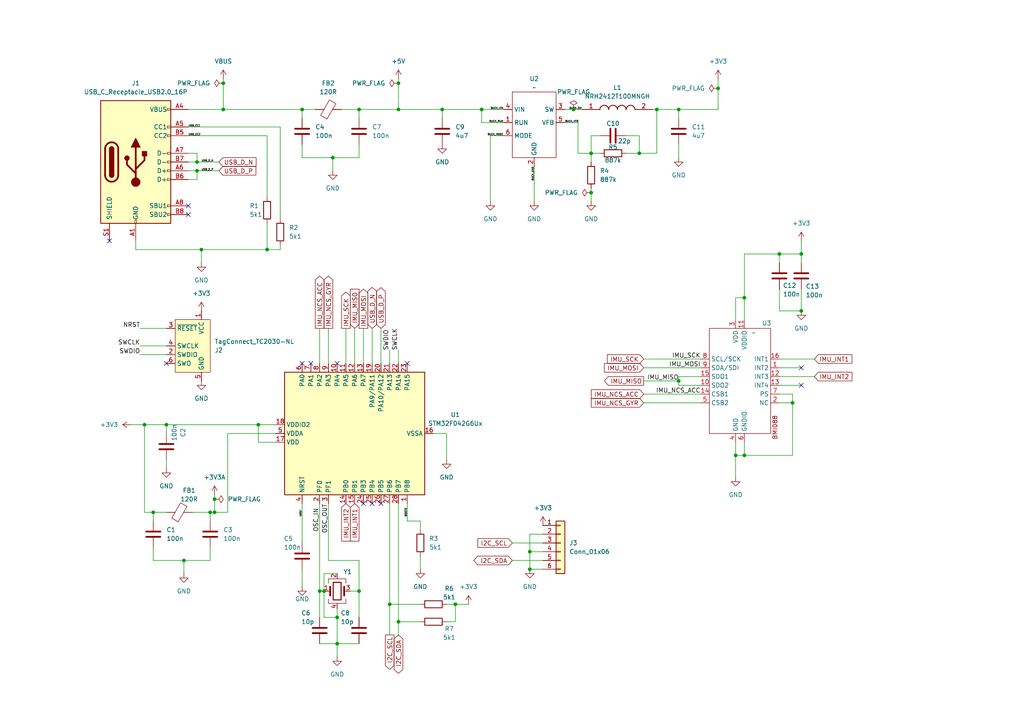
<source format=kicad_sch>
(kicad_sch (version 20250114) (generator "eeschema") (generator_version "9.0")
  (paper "A4")
  (title_block (title "Microcontroller-Based Hardware Design by Phil's Lab") (date "2025-03-02"))
  (lib_symbols
    (symbol "Connector:Conn_ARM_SWD_TagConnect_TC2030-NL" (in_bom no)
      (property "Reference" "J" (at 2.54 11.43 0))
      (property "Value" "Conn_ARM_SWD_TagConnect_TC2030-NL" (at 2.54 8.89 0))
      (symbol "Conn_ARM_SWD_TagConnect_TC2030-NL_0_0"
        (pin power_in line (at -2.54 10.16 270) (length 2.54) (name "VCC") (number "1"))
        (pin power_in line (at -2.54 -10.16 90) (length 2.54) (name "GND") (number "5"))
        (pin open_collector line (at 7.62 5.08 180) (length 2.54) (name "~{RESET}") (number "3"))
        (pin output line (at 7.62 0 180) (length 2.54) (name "SWCLK") (number "4"))
        (pin bidirectional line (at 7.62 -2.54 180) (length 2.54) (name "SWDIO") (number "2"))
        (pin input line (at 7.62 -5.08 180) (length 2.54) (name "SWO") (number "6"))
      )
      (symbol "Conn_ARM_SWD_TagConnect_TC2030-NL_0_1"
        (rectangle (start -5.08 7.62) (end 5.08 -7.62) (fill (type background)))
      )
    )
    (symbol "Connector:USB_C_Receptacle_USB2.0_16P" (pin_names (offset 1.016))
      (property "Reference" "J" (at 0 22.225 0))
      (property "Value" "USB_C_Receptacle_USB2.0_16P" (at 0 19.685 0))
      (symbol "USB_C_Receptacle_USB2.0_16P_0_0"
        (rectangle (start -0.254 -17.78) (end 0.254 -16.764))
        (rectangle (start 10.16 15.494) (end 9.144 14.986))
        (rectangle (start 10.16 10.414) (end 9.144 9.906))
        (rectangle (start 10.16 7.874) (end 9.144 7.366))
        (rectangle (start 10.16 2.794) (end 9.144 2.286))
        (rectangle (start 10.16 0.254) (end 9.144 -0.254))
        (rectangle (start 10.16 -2.286) (end 9.144 -2.794))
        (rectangle (start 10.16 -4.826) (end 9.144 -5.334))
        (rectangle (start 10.16 -12.446) (end 9.144 -12.954))
        (rectangle (start 10.16 -14.986) (end 9.144 -15.494))
      )
      (symbol "USB_C_Receptacle_USB2.0_16P_0_1"
        (rectangle (start -10.16 17.78) (end 10.16 -17.78) (stroke (width 0.254)) (fill (type background)))
        (polyline (pts (xy -8.89 -3.81) (xy -8.89 3.81)) (stroke (width 0.508)))
        (rectangle (start -7.62 -3.81) (end -6.35 3.81) (stroke (width 0.254)) (fill (type outline)))
        (arc (start -7.62 3.81) (mid -6.985 4.4423) (end -6.35 3.81) (stroke (width 0.254)))
        (arc (start -7.62 3.81) (mid -6.985 4.4423) (end -6.35 3.81) (stroke (width 0.254)) (fill (type outline)))
        (arc (start -8.89 3.81) (mid -6.985 5.7067) (end -5.08 3.81) (stroke (width 0.508)))
        (arc (start -5.08 -3.81) (mid -6.985 -5.7067) (end -8.89 -3.81) (stroke (width 0.508)))
        (arc (start -6.35 -3.81) (mid -6.985 -4.4423) (end -7.62 -3.81) (stroke (width 0.254)))
        (arc (start -6.35 -3.81) (mid -6.985 -4.4423) (end -7.62 -3.81) (stroke (width 0.254)) (fill (type outline)))
        (polyline (pts (xy -5.08 3.81) (xy -5.08 -3.81)) (stroke (width 0.508)))
        (circle (center -2.54 1.143) (radius 0.635) (stroke (width 0.254)) (fill (type outline)))
        (polyline (pts (xy -1.27 4.318) (xy 0 6.858) (xy 1.27 4.318) (xy -1.27 4.318)) (stroke (width 0.254)) (fill (type outline)))
        (polyline (pts (xy 0 -2.032) (xy 2.54 0.508) (xy 2.54 1.778)) (stroke (width 0.508)))
        (polyline (pts (xy 0 -3.302) (xy -2.54 -0.762) (xy -2.54 0.508)) (stroke (width 0.508)))
        (polyline (pts (xy 0 -5.842) (xy 0 4.318)) (stroke (width 0.508)))
        (circle (center 0 -5.842) (radius 1.27) (fill (type outline)))
        (rectangle (start 1.905 1.778) (end 3.175 3.048) (stroke (width 0.254)) (fill (type outline)))
      )
      (symbol "USB_C_Receptacle_USB2.0_16P_1_1"
        (pin passive line (at -7.62 -22.86 90) (length 5.08) (name "SHIELD") (number "S1"))
        (pin passive line (at 0 -22.86 90) (length 5.08) (name "GND") (number "A1"))
        (pin passive line (at 0 -22.86 90) (length 5.08) (hide yes) (name "GND") (number "A12"))
        (pin passive line (at 0 -22.86 90) (length 5.08) (hide yes) (name "GND") (number "B1"))
        (pin passive line (at 0 -22.86 90) (length 5.08) (hide yes) (name "GND") (number "B12"))
        (pin passive line (at 15.24 15.24 180) (length 5.08) (name "VBUS") (number "A4"))
        (pin passive line (at 15.24 15.24 180) (length 5.08) (hide yes) (name "VBUS") (number "A9"))
        (pin passive line (at 15.24 15.24 180) (length 5.08) (hide yes) (name "VBUS") (number "B4"))
        (pin passive line (at 15.24 15.24 180) (length 5.08) (hide yes) (name "VBUS") (number "B9"))
        (pin bidirectional line (at 15.24 10.16 180) (length 5.08) (name "CC1") (number "A5"))
        (pin bidirectional line (at 15.24 7.62 180) (length 5.08) (name "CC2") (number "B5"))
        (pin bidirectional line (at 15.24 2.54 180) (length 5.08) (name "D-") (number "A7"))
        (pin bidirectional line (at 15.24 0 180) (length 5.08) (name "D-") (number "B7"))
        (pin bidirectional line (at 15.24 -2.54 180) (length 5.08) (name "D+") (number "A6"))
        (pin bidirectional line (at 15.24 -5.08 180) (length 5.08) (name "D+") (number "B6"))
        (pin bidirectional line (at 15.24 -12.7 180) (length 5.08) (name "SBU1") (number "A8"))
        (pin bidirectional line (at 15.24 -15.24 180) (length 5.08) (name "SBU2") (number "B8"))
      )
    )
    (symbol "Connector_Generic:Conn_01x06" (pin_names (offset 1.016) (hide yes))
      (property "Reference" "J3" (at 2.54 0.0001 0))
      (property "Value" "Conn_01x06" (at 2.54 -2.5399 0))
      (symbol "Conn_01x06_1_1"
        (rectangle (start -1.27 6.35) (end 1.27 -8.89) (stroke (width 0.254)) (fill (type background)))
        (rectangle (start -1.27 5.207) (end 0 4.953) (stroke (width 0.1524)))
        (rectangle (start -1.27 2.667) (end 0 2.413) (stroke (width 0.1524)))
        (rectangle (start -1.27 0.127) (end 0 -0.127) (stroke (width 0.1524)))
        (rectangle (start -1.27 -2.413) (end 0 -2.667) (stroke (width 0.1524)))
        (rectangle (start -1.27 -4.953) (end 0 -5.207) (stroke (width 0.1524)))
        (rectangle (start -1.27 -7.493) (end 0 -7.747) (stroke (width 0.1524)))
        (pin passive line (at -5.08 5.08 0) (length 3.81) (name "Pin_1") (number "1"))
        (pin passive line (at -5.08 2.54 0) (length 3.81) (name "Pin_2") (number "2"))
        (pin passive line (at -5.08 0 0) (length 3.81) (name "Pin_3") (number "3"))
        (pin passive line (at -5.08 -2.54 0) (length 3.81) (name "Pin_4") (number "4"))
        (pin passive line (at -5.08 -5.08 0) (length 3.81) (name "Pin_5") (number "5"))
        (pin passive line (at -5.08 -7.62 0) (length 3.81) (name "Pin_6") (number "6"))
      )
    )
    (symbol "Device:C" (pin_numbers (hide yes)) (pin_names (offset 0.254))
      (property "Reference" "C" (at 0.635 2.54 0))
      (property "Value" "C" (at 0.635 -2.54 0))
      (symbol "C_0_1"
        (polyline (pts (xy -2.032 0.762) (xy 2.032 0.762)) (stroke (width 0.508)))
        (polyline (pts (xy -2.032 -0.762) (xy 2.032 -0.762)) (stroke (width 0.508)))
      )
      (symbol "C_1_1"
        (pin passive line (at 0 3.81 270) (length 2.794) (name "~") (number "1"))
        (pin passive line (at 0 -3.81 90) (length 2.794) (name "~") (number "2"))
      )
    )
    (symbol "Device:Crystal_GND24" (pin_names (offset 1.016) (hide yes))
      (property "Reference" "Y" (at 3.175 5.08 0))
      (property "Value" "Crystal_GND24" (at 3.175 3.175 0))
      (symbol "Crystal_GND24_0_1"
        (polyline (pts (xy -2.54 2.286) (xy -2.54 3.556) (xy 2.54 3.556) (xy 2.54 2.286)))
        (polyline (pts (xy -2.54 0) (xy -2.032 0)))
        (polyline (pts (xy -2.54 -2.286) (xy -2.54 -3.556) (xy 2.54 -3.556) (xy 2.54 -2.286)))
        (polyline (pts (xy -2.032 -1.27) (xy -2.032 1.27)) (stroke (width 0.508)))
        (rectangle (start -1.143 2.54) (end 1.143 -2.54) (stroke (width 0.3048)))
        (polyline (pts (xy 0 3.556) (xy 0 3.81)))
        (polyline (pts (xy 0 -3.81) (xy 0 -3.556)))
        (polyline (pts (xy 2.032 0) (xy 2.54 0)))
        (polyline (pts (xy 2.032 -1.27) (xy 2.032 1.27)) (stroke (width 0.508)))
      )
      (symbol "Crystal_GND24_1_1"
        (pin passive line (at -3.81 0 0) (length 1.27) (name "1") (number "1"))
        (pin passive line (at 0 5.08 270) (length 1.27) (name "2") (number "2"))
        (pin passive line (at 0 -5.08 90) (length 1.27) (name "4") (number "4"))
        (pin passive line (at 3.81 0 180) (length 1.27) (name "3") (number "3"))
      )
    )
    (symbol "Device:FerriteBead" (pin_numbers (hide yes)) (pin_names (offset 0))
      (property "Reference" "FB" (at -3.81 0.635 90))
      (property "Value" "FerriteBead" (at 3.81 0 90))
      (symbol "FerriteBead_0_1"
        (polyline (pts (xy -2.7686 0.4064) (xy -1.7018 2.2606) (xy 2.7686 -0.3048) (xy 1.6764 -2.159) (xy -2.7686 0.4064)))
        (polyline (pts (xy 0 1.27) (xy 0 1.2954)))
        (polyline (pts (xy 0 -1.27) (xy 0 -1.2192)))
      )
      (symbol "FerriteBead_1_1"
        (pin passive line (at 0 3.81 270) (length 2.54) (name "~") (number "1"))
        (pin passive line (at 0 -3.81 90) (length 2.54) (name "~") (number "2"))
      )
    )
    (symbol "Device:NRH2412T100MNGH" (pin_names (hide yes))
      (property "Reference" "L1" (at 10.16 6.35 0))
      (property "Value" "NRH2412T100MNGH" (at 10.16 3.81 0))
      (symbol "NRH2412T100MNGH_1_1"
        (arc (start 5.08 0) (mid 6.35 1.219) (end 7.62 0) (stroke (width 0.254)))
        (arc (start 7.62 0) (mid 8.89 1.219) (end 10.16 0) (stroke (width 0.254)))
        (arc (start 10.16 0) (mid 11.43 1.219) (end 12.7 0) (stroke (width 0.254)))
        (arc (start 12.7 0) (mid 13.97 1.219) (end 15.24 0) (stroke (width 0.254)))
        (pin passive line (at 0 0 0) (length 5.08) (name "1") (number "1"))
        (pin passive line (at 20.32 0 180) (length 5.08) (name "2") (number "2"))
      )
    )
    (symbol "Device:R" (pin_numbers (hide yes)) (pin_names (offset 0))
      (property "Reference" "R" (at 2.032 0 90))
      (property "Value" "R" (at 0 0 90))
      (symbol "R_0_1"
        (rectangle (start -1.016 -2.54) (end 1.016 2.54) (stroke (width 0.254)))
      )
      (symbol "R_1_1"
        (pin passive line (at 0 3.81 270) (length 1.27) (name "~") (number "1"))
        (pin passive line (at 0 -3.81 90) (length 1.27) (name "~") (number "2"))
      )
    )
    (symbol "MCU_ST_STM32F0:STM32F042G6Ux"
      (property "Reference" "U" (at -17.78 21.59 0))
      (property "Value" "STM32F042G6Ux" (at 5.08 21.59 0))
      (symbol "STM32F042G6Ux_0_1"
        (rectangle (start -17.78 -20.32) (end 17.78 20.32) (stroke (width 0.254)) (fill (type background)))
      )
      (symbol "STM32F042G6Ux_1_1"
        (pin input line (at -20.32 15.24 0) (length 2.54) (name "NRST") (number "4"))
        (pin bidirectional line (at -20.32 10.16 0) (length 2.54) (name "PF0") (number "2"))
        (pin bidirectional line (at -20.32 7.62 0) (length 2.54) (name "PF1") (number "3"))
        (pin bidirectional line (at -20.32 2.54 0) (length 2.54) (name "PB0") (number "14"))
        (pin bidirectional line (at -20.32 0 0) (length 2.54) (name "PB1") (number "15"))
        (pin bidirectional line (at -20.32 -2.54 0) (length 2.54) (name "PB3") (number "24"))
        (pin bidirectional line (at -20.32 -5.08 0) (length 2.54) (name "PB4") (number "25"))
        (pin bidirectional line (at -20.32 -7.62 0) (length 2.54) (name "PB5") (number "26"))
        (pin bidirectional line (at -20.32 -10.16 0) (length 2.54) (name "PB6") (number "27"))
        (pin bidirectional line (at -20.32 -12.7 0) (length 2.54) (name "PB7") (number "28"))
        (pin bidirectional line (at -20.32 -15.24 0) (length 2.54) (name "PB8") (number "1"))
        (pin power_in line (at -2.54 22.86 270) (length 2.54) (name "VDD") (number "17"))
        (pin power_in line (at 0 22.86 270) (length 2.54) (name "VDDA") (number "5"))
        (pin power_in line (at 0 -22.86 90) (length 2.54) (name "VSSA") (number "16"))
        (pin power_in line (at 2.54 22.86 270) (length 2.54) (name "VDDIO2") (number "18"))
        (pin bidirectional line (at 20.32 15.24 180) (length 2.54) (name "PA0") (number "6"))
        (pin bidirectional line (at 20.32 12.7 180) (length 2.54) (name "PA1") (number "7"))
        (pin bidirectional line (at 20.32 10.16 180) (length 2.54) (name "PA2") (number "8"))
        (pin bidirectional line (at 20.32 7.62 180) (length 2.54) (name "PA3") (number "9"))
        (pin bidirectional line (at 20.32 5.08 180) (length 2.54) (name "PA4") (number "10"))
        (pin bidirectional line (at 20.32 2.54 180) (length 2.54) (name "PA5") (number "11"))
        (pin bidirectional line (at 20.32 0 180) (length 2.54) (name "PA6") (number "12"))
        (pin bidirectional line (at 20.32 -2.54 180) (length 2.54) (name "PA7") (number "13"))
        (pin bidirectional line (at 20.32 -5.08 180) (length 2.54) (name "PA9/PA11") (number "19"))
        (pin bidirectional line (at 20.32 -7.62 180) (length 2.54) (name "PA10/PA12") (number "20"))
        (pin bidirectional line (at 20.32 -10.16 180) (length 2.54) (name "PA13") (number "21"))
        (pin bidirectional line (at 20.32 -12.7 180) (length 2.54) (name "PA14") (number "22"))
        (pin bidirectional line (at 20.32 -15.24 180) (length 2.54) (name "PA15") (number "23"))
      )
    )
    (symbol "Regulator_Switching:LTC3405"
      (property "Reference" "U" (at 0 1.016 0))
      (symbol "LTC3405_0_1"
        (rectangle (start -6.35 8.89) (end 6.35 -10.16))
      )
      (symbol "LTC3405_1_1"
        (pin power_in line (at -8.89 3.81 0) (length 2.54) (name "VIN") (number "4"))
        (pin input line (at -8.89 0 0) (length 2.54) (name "RUN") (number "1"))
        (pin passive line (at -8.89 -3.81 0) (length 2.54) (name "MODE") (number "6"))
        (pin power_in line (at 0 -12.7 90) (length 2.54) (name "GND") (number "2"))
        (pin power_in line (at 8.89 3.81 180) (length 2.54) (name "SW") (number "3"))
        (pin input line (at 8.89 0 180) (length 2.54) (name "VFB") (number "5"))
      )
    )
    (symbol "Sensor_Motion:BMI088"
      (symbol "BMI088_0_1"
        (rectangle (start -8.89 15.24) (end 8.89 -15.24))
      )
      (symbol "BMI088_1_1"
        (text "BMI088\n" (at 10.16 -13.462 900) (effects (font (size 1.27 1.27))))
        (pin input line (at -11.43 6.35 0) (length 2.54) (name "SCL/SCK") (number "8"))
        (pin input line (at -11.43 3.81 0) (length 2.54) (name "SDA/SDI") (number "9"))
        (pin output line (at -11.43 1.27 0) (length 2.54) (name "SDO1") (number "15"))
        (pin output line (at -11.43 -1.27 0) (length 2.54) (name "SDO2") (number "10"))
        (pin input line (at -11.43 -3.81 0) (length 2.54) (name "CSB1") (number "14"))
        (pin input line (at -11.43 -6.35 0) (length 2.54) (name "CSB2") (number "5"))
        (pin power_in line (at -1.27 17.78 270) (length 2.54) (name "VDD") (number "3"))
        (pin power_in line (at -1.27 -17.78 90) (length 2.54) (name "GND") (number "4"))
        (pin power_in line (at 1.27 17.78 270) (length 2.54) (name "VDDIO") (number "11"))
        (pin power_in line (at 1.27 -17.78 90) (length 2.54) (name "GNDIO") (number "6"))
        (pin bidirectional line (at 11.43 6.35 180) (length 2.54) (name "INT1") (number "16"))
        (pin bidirectional line (at 11.43 3.81 180) (length 2.54) (name "INT2") (number "1"))
        (pin output line (at 11.43 1.27 180) (length 2.54) (name "INT3") (number "12"))
        (pin output line (at 11.43 -1.27 180) (length 2.54) (name "INT4") (number "13"))
        (pin input line (at 11.43 -3.81 180) (length 2.54) (name "PS") (number "7"))
        (pin free line (at 11.43 -6.35 180) (length 2.54) (name "NC") (number "2"))
      )
    )
    (symbol "power:+3V3" (power) (pin_numbers (hide yes)) (pin_names (offset 0) (hide yes))
      (property "Value" "+3V3" (at 0 3.556 0))
      (symbol "+3V3_0_1"
        (polyline (pts (xy -0.762 1.27) (xy 0 2.54)))
        (polyline (pts (xy 0 2.54) (xy 0.762 1.27)))
        (polyline (pts (xy 0 0) (xy 0 2.54)))
      )
      (symbol "+3V3_1_1"
        (pin power_in line (at 0 0 90) (length 0) (name "~") (number "1"))
      )
    )
    (symbol "power:+5V" (power) (pin_numbers (hide yes)) (pin_names (offset 0) (hide yes))
      (property "Value" "+5V" (at 0 3.556 0))
      (symbol "+5V_0_1"
        (polyline (pts (xy -0.762 1.27) (xy 0 2.54)))
        (polyline (pts (xy 0 2.54) (xy 0.762 1.27)))
        (polyline (pts (xy 0 0) (xy 0 2.54)))
      )
      (symbol "+5V_1_1"
        (pin power_in line (at 0 0 90) (length 0) (name "~") (number "1"))
      )
    )
    (symbol "power:GND" (power) (pin_numbers (hide yes)) (pin_names (offset 0) (hide yes))
      (property "Value" "GND" (at 0 -3.81 0))
      (symbol "GND_0_1"
        (polyline (pts (xy 0 0) (xy 0 -1.27) (xy 1.27 -1.27) (xy 0 -2.54) (xy -1.27 -1.27) (xy 0 -1.27)))
      )
      (symbol "GND_1_1"
        (pin power_in line (at 0 0 270) (length 0) (name "~") (number "1"))
      )
    )
    (symbol "power:PWR_FLAG" (power) (pin_numbers (hide yes)) (pin_names (offset 0) (hide yes))
      (property "Value" "PWR_FLAG" (at 0 3.81 0))
      (symbol "PWR_FLAG_0_0"
        (pin power_out line (at 0 0 90) (length 0) (name "~") (number "1"))
      )
      (symbol "PWR_FLAG_0_1"
        (polyline (pts (xy 0 0) (xy 0 1.27) (xy -1.016 1.905) (xy 0 2.54) (xy 1.016 1.905) (xy 0 1.27)))
      )
    )
    (symbol "power:VBUS" (power) (pin_numbers (hide yes)) (pin_names (offset 0) (hide yes))
      (property "Value" "VBUS" (at 0 3.556 0))
      (symbol "VBUS_0_1"
        (polyline (pts (xy -0.762 1.27) (xy 0 2.54)))
        (polyline (pts (xy 0 2.54) (xy 0.762 1.27)))
        (polyline (pts (xy 0 0) (xy 0 2.54)))
      )
      (symbol "VBUS_1_1"
        (pin power_in line (at 0 0 90) (length 0) (name "~") (number "1"))
      )
    )
  )
  (junction (at 57.15 46.99))
  (junction (at 113.03 175.26))
  (junction (at 166.37 31.75))
  (junction (at 74.93 123.19))
  (junction (at 64.77 31.75))
  (junction (at 77.47 72.39))
  (junction (at 196.85 31.75))
  (junction (at 215.9 132.08))
  (junction (at 115.57 180.34))
  (junction (at 97.79 186.69))
  (junction (at 115.57 31.75))
  (junction (at 92.71 171.45))
  (junction (at 96.52 45.72))
  (junction (at 229.87 116.84))
  (junction (at 232.41 73.66))
  (junction (at 53.34 162.56))
  (junction (at 128.27 31.75))
  (junction (at 132.08 175.26))
  (junction (at 57.15 49.53))
  (junction (at 213.36 132.08))
  (junction (at 153.67 165.1))
  (junction (at 232.41 90.17))
  (junction (at 139.7 31.75))
  (junction (at 64.77 24.13))
  (junction (at 153.67 160.02))
  (junction (at 185.42 44.45))
  (junction (at 93.98 171.45))
  (junction (at 208.28 25.6198))
  (junction (at 190.5 31.75))
  (junction (at 48.26 123.19))
  (junction (at 115.57 24.13))
  (junction (at 226.06 73.66))
  (junction (at 215.9 86.36))
  (junction (at 41.91 123.19))
  (junction (at 44.45 148.59))
  (junction (at 62.23 148.59))
  (junction (at 97.79 179.07))
  (junction (at 58.42 72.39))
  (junction (at 171.45 44.45))
  (junction (at 196.85 110.49))
  (junction (at 104.14 31.75))
  (junction (at 87.63 31.75))
  (junction (at 62.23 144.78))
  (junction (at 104.14 171.45))
  (junction (at 171.45 55.88))
  (junction (at 60.96 148.59))
  (no_connect (at 105.41 146.05))
  (no_connect (at 31.75 69.85))
  (no_connect (at 232.41 111.76))
  (no_connect (at 107.95 146.05))
  (no_connect (at 54.61 62.23))
  (no_connect (at 90.17 105.41))
  (no_connect (at 118.11 105.41))
  (no_connect (at 87.63 105.41))
  (no_connect (at 48.26 105.41))
  (no_connect (at 54.61 59.69))
  (no_connect (at 110.49 146.05))
  (no_connect (at 97.79 105.41))
  (no_connect (at 232.41 106.68))
  (wire (pts (xy 53.34 162.56) (xy 53.34 166.37)))
  (wire (pts (xy 77.47 39.37) (xy 77.47 57.15)))
  (wire (pts (xy 121.92 161.29) (xy 121.92 165.1)))
  (wire (pts (xy 105.41 95.25) (xy 105.41 105.41)))
  (wire (pts (xy 80.01 125.73) (xy 66.04 125.73)))
  (wire (pts (xy 121.92 151.13) (xy 118.11 151.13)))
  (wire (pts (xy 38.1 123.19) (xy 41.91 123.19)))
  (wire (pts (xy 215.9 128.27) (xy 215.9 132.08)))
  (wire (pts (xy 104.14 171.45) (xy 104.14 162.56)))
  (wire (pts (xy 196.85 31.75) (xy 196.85 34.29)))
  (wire (pts (xy 54.61 44.45) (xy 57.15 44.45)))
  (wire (pts (xy 64.77 31.75) (xy 87.63 31.75)))
  (wire (pts (xy 55.88 148.59) (xy 60.96 148.59)))
  (wire (pts (xy 113.03 146.05) (xy 113.03 175.26)))
  (wire (pts (xy 57.15 46.99) (xy 63.5 46.99)))
  (wire (pts (xy 104.14 41.91) (xy 104.14 45.72)))
  (wire (pts (xy 226.06 111.76) (xy 232.41 111.76)))
  (wire (pts (xy 113.03 175.26) (xy 113.03 184.15)))
  (wire (pts (xy 139.7 35.56) (xy 139.7 31.75)))
  (wire (pts (xy 190.5 31.75) (xy 190.5 44.45)))
  (wire (pts (xy 226.06 83.82) (xy 226.06 90.17)))
  (wire (pts (xy 208.28 31.75) (xy 208.28 25.6198)))
  (wire (pts (xy 148.59 157.48) (xy 157.48 157.48)))
  (wire (pts (xy 104.14 34.29) (xy 104.14 31.75)))
  (wire (pts (xy 66.04 148.59) (xy 62.23 148.59)))
  (wire (pts (xy 64.77 24.13) (xy 64.77 31.75)))
  (wire (pts (xy 153.67 160.02) (xy 157.48 160.02)))
  (wire (pts (xy 229.87 114.3) (xy 229.87 116.84)))
  (wire (pts (xy 154.94 48.26) (xy 154.94 58.42)))
  (wire (pts (xy 39.37 69.85) (xy 39.37 72.39)))
  (wire (pts (xy 87.63 31.75) (xy 91.44 31.75)))
  (wire (pts (xy 132.08 175.26) (xy 135.89 175.26)))
  (wire (pts (xy 166.37 31.75) (xy 168.91 31.75)))
  (wire (pts (xy 110.49 95.25) (xy 110.49 105.41)))
  (wire (pts (xy 125.73 125.73) (xy 129.54 125.73)))
  (wire (pts (xy 44.45 162.56) (xy 53.34 162.56)))
  (wire (pts (xy 102.87 95.25) (xy 102.87 105.41)))
  (wire (pts (xy 74.93 123.19) (xy 74.93 128.27)))
  (wire (pts (xy 215.9 73.66) (xy 226.06 73.66)))
  (wire (pts (xy 226.06 106.68) (xy 232.41 106.68)))
  (wire (pts (xy 104.14 162.56) (xy 95.25 162.56)))
  (wire (pts (xy 81.28 36.83) (xy 81.28 63.5)))
  (wire (pts (xy 92.71 95.25) (xy 92.71 105.41)))
  (wire (pts (xy 99.06 31.75) (xy 104.14 31.75)))
  (wire (pts (xy 226.06 73.66) (xy 226.06 76.2)))
  (wire (pts (xy 87.63 146.05) (xy 87.63 157.48)))
  (wire (pts (xy 118.11 151.13) (xy 118.11 146.05)))
  (wire (pts (xy 44.45 148.59) (xy 44.45 151.13)))
  (wire (pts (xy 196.85 110.49) (xy 196.85 111.76)))
  (wire (pts (xy 87.63 41.91) (xy 87.63 45.72)))
  (wire (pts (xy 129.54 125.73) (xy 129.54 133.35)))
  (wire (pts (xy 101.6 171.45) (xy 104.14 171.45)))
  (wire (pts (xy 40.64 100.33) (xy 48.26 100.33)))
  (wire (pts (xy 115.57 101.6) (xy 115.57 105.41)))
  (wire (pts (xy 62.23 148.59) (xy 60.96 148.59)))
  (wire (pts (xy 171.45 55.88) (xy 171.45 58.42)))
  (wire (pts (xy 62.23 144.78) (xy 62.23 148.59)))
  (wire (pts (xy 171.45 39.37) (xy 171.45 44.45)))
  (wire (pts (xy 48.26 123.19) (xy 48.26 125.73)))
  (wire (pts (xy 213.36 128.27) (xy 213.36 132.08)))
  (wire (pts (xy 57.15 49.53) (xy 63.5 49.53)))
  (wire (pts (xy 97.79 186.69) (xy 97.79 190.5)))
  (wire (pts (xy 115.57 31.75) (xy 128.27 31.75)))
  (wire (pts (xy 54.61 36.83) (xy 81.28 36.83)))
  (wire (pts (xy 41.91 123.19) (xy 48.26 123.19)))
  (wire (pts (xy 40.64 95.25) (xy 48.26 95.25)))
  (wire (pts (xy 48.26 133.35) (xy 48.26 135.89)))
  (wire (pts (xy 95.25 162.56) (xy 95.25 146.05)))
  (wire (pts (xy 186.69 106.68) (xy 203.2 106.68)))
  (wire (pts (xy 185.42 44.45) (xy 181.61 44.45)))
  (wire (pts (xy 208.28 25.6198) (xy 208.28 22.86)))
  (wire (pts (xy 39.37 72.39) (xy 58.42 72.39)))
  (wire (pts (xy 226.06 109.22) (xy 236.22 109.22)))
  (wire (pts (xy 96.52 45.72) (xy 104.14 45.72)))
  (wire (pts (xy 196.85 109.22) (xy 196.85 110.49)))
  (wire (pts (xy 226.06 73.66) (xy 232.41 73.66)))
  (wire (pts (xy 62.23 143.51) (xy 62.23 144.78)))
  (wire (pts (xy 57.15 52.07) (xy 57.15 49.53)))
  (wire (pts (xy 232.41 76.2) (xy 232.41 73.66)))
  (wire (pts (xy 157.48 154.94) (xy 153.67 154.94)))
  (wire (pts (xy 115.57 22.86) (xy 115.57 24.13)))
  (wire (pts (xy 153.67 160.02) (xy 153.67 165.1)))
  (wire (pts (xy 226.06 104.14) (xy 236.22 104.14)))
  (wire (pts (xy 93.98 171.45) (xy 93.98 179.07)))
  (wire (pts (xy 196.85 31.75) (xy 208.28 31.75)))
  (wire (pts (xy 226.06 116.84) (xy 229.87 116.84)))
  (wire (pts (xy 186.69 116.84) (xy 203.2 116.84)))
  (wire (pts (xy 196.85 111.76) (xy 203.2 111.76)))
  (wire (pts (xy 54.61 31.75) (xy 64.77 31.75)))
  (wire (pts (xy 213.36 132.08) (xy 213.36 138.43)))
  (wire (pts (xy 226.06 90.17) (xy 232.41 90.17)))
  (wire (pts (xy 213.36 92.71) (xy 213.36 86.36)))
  (wire (pts (xy 232.41 73.66) (xy 232.41 69.85)))
  (wire (pts (xy 229.87 132.08) (xy 215.9 132.08)))
  (wire (pts (xy 97.79 166.37) (xy 93.98 166.37)))
  (wire (pts (xy 81.28 71.12) (xy 81.28 72.39)))
  (wire (pts (xy 226.06 114.3) (xy 229.87 114.3)))
  (wire (pts (xy 229.87 116.84) (xy 229.87 132.08)))
  (wire (pts (xy 80.01 123.19) (xy 74.93 123.19)))
  (wire (pts (xy 87.63 165.1) (xy 87.63 170.18)))
  (wire (pts (xy 74.93 128.27) (xy 80.01 128.27)))
  (wire (pts (xy 146.05 39.37) (xy 142.24 39.37)))
  (wire (pts (xy 181.61 39.37) (xy 185.42 39.37)))
  (wire (pts (xy 185.42 39.37) (xy 185.42 44.45)))
  (wire (pts (xy 44.45 148.59) (xy 41.91 148.59)))
  (wire (pts (xy 95.25 95.25) (xy 95.25 105.41)))
  (wire (pts (xy 128.27 31.75) (xy 139.7 31.75)))
  (wire (pts (xy 104.14 31.75) (xy 115.57 31.75)))
  (wire (pts (xy 171.45 54.61) (xy 171.45 55.88)))
  (wire (pts (xy 232.41 90.17) (xy 232.41 83.82)))
  (wire (pts (xy 115.57 180.34) (xy 121.92 180.34)))
  (wire (pts (xy 215.9 132.08) (xy 213.36 132.08)))
  (wire (pts (xy 97.79 179.07) (xy 97.79 176.53)))
  (wire (pts (xy 153.67 154.94) (xy 153.67 160.02)))
  (wire (pts (xy 41.91 123.19) (xy 41.91 148.59)))
  (wire (pts (xy 44.45 158.75) (xy 44.45 162.56)))
  (wire (pts (xy 167.64 44.45) (xy 167.64 35.56)))
  (wire (pts (xy 97.79 179.07) (xy 97.79 186.69)))
  (wire (pts (xy 44.45 148.59) (xy 48.26 148.59)))
  (wire (pts (xy 186.69 104.14) (xy 203.2 104.14)))
  (wire (pts (xy 171.45 44.45) (xy 167.64 44.45)))
  (wire (pts (xy 92.71 171.45) (xy 93.98 171.45)))
  (wire (pts (xy 40.64 102.87) (xy 48.26 102.87)))
  (wire (pts (xy 58.42 72.39) (xy 77.47 72.39)))
  (wire (pts (xy 64.77 22.86) (xy 64.77 24.13)))
  (wire (pts (xy 148.59 162.56) (xy 157.48 162.56)))
  (wire (pts (xy 77.47 72.39) (xy 81.28 72.39)))
  (wire (pts (xy 87.63 31.75) (xy 87.63 34.29)))
  (wire (pts (xy 60.96 151.13) (xy 60.96 148.59)))
  (wire (pts (xy 190.5 44.45) (xy 185.42 44.45)))
  (wire (pts (xy 57.15 44.45) (xy 57.15 46.99)))
  (wire (pts (xy 142.24 39.37) (xy 142.24 58.42)))
  (wire (pts (xy 87.63 45.72) (xy 96.52 45.72)))
  (wire (pts (xy 54.61 52.07) (xy 57.15 52.07)))
  (wire (pts (xy 115.57 180.34) (xy 115.57 184.15)))
  (wire (pts (xy 215.9 86.36) (xy 215.9 73.66)))
  (wire (pts (xy 213.36 86.36) (xy 215.9 86.36)))
  (wire (pts (xy 173.99 39.37) (xy 171.45 39.37)))
  (wire (pts (xy 146.05 35.56) (xy 139.7 35.56)))
  (wire (pts (xy 58.42 72.39) (xy 58.42 76.2)))
  (wire (pts (xy 215.9 92.71) (xy 215.9 86.36)))
  (wire (pts (xy 186.69 114.3) (xy 203.2 114.3)))
  (wire (pts (xy 93.98 166.37) (xy 93.98 171.45)))
  (wire (pts (xy 113.03 101.6) (xy 113.03 105.41)))
  (wire (pts (xy 186.69 110.49) (xy 196.85 110.49)))
  (wire (pts (xy 113.03 175.26) (xy 121.92 175.26)))
  (wire (pts (xy 97.79 186.69) (xy 104.14 186.69)))
  (wire (pts (xy 48.26 123.19) (xy 74.93 123.19)))
  (wire (pts (xy 53.34 162.56) (xy 60.96 162.56)))
  (wire (pts (xy 163.83 31.75) (xy 166.37 31.75)))
  (wire (pts (xy 104.14 171.45) (xy 104.14 179.07)))
  (wire (pts (xy 107.95 95.25) (xy 107.95 105.41)))
  (wire (pts (xy 121.92 151.13) (xy 121.92 153.67)))
  (wire (pts (xy 189.23 31.75) (xy 190.5 31.75)))
  (wire (pts (xy 115.57 24.13) (xy 115.57 31.75)))
  (wire (pts (xy 128.27 31.75) (xy 128.27 34.29)))
  (wire (pts (xy 115.57 146.05) (xy 115.57 180.34)))
  (wire (pts (xy 66.04 125.73) (xy 66.04 148.59)))
  (wire (pts (xy 173.99 44.45) (xy 171.45 44.45)))
  (wire (pts (xy 129.54 175.26) (xy 132.08 175.26)))
  (wire (pts (xy 171.45 44.45) (xy 171.45 46.99)))
  (wire (pts (xy 132.08 180.34) (xy 132.08 175.26)))
  (wire (pts (xy 92.71 171.45) (xy 92.71 179.07)))
  (wire (pts (xy 54.61 49.53) (xy 57.15 49.53)))
  (wire (pts (xy 92.71 186.69) (xy 97.79 186.69)))
  (wire (pts (xy 196.85 41.91) (xy 196.85 45.72)))
  (wire (pts (xy 139.7 31.75) (xy 146.05 31.75)))
  (wire (pts (xy 167.64 35.56) (xy 163.83 35.56)))
  (wire (pts (xy 153.67 165.1) (xy 157.48 165.1)))
  (wire (pts (xy 54.61 46.99) (xy 57.15 46.99)))
  (wire (pts (xy 92.71 146.05) (xy 92.71 171.45)))
  (wire (pts (xy 96.52 45.72) (xy 96.52 49.53)))
  (wire (pts (xy 93.98 179.07) (xy 97.79 179.07)))
  (wire (pts (xy 129.54 180.34) (xy 132.08 180.34)))
  (wire (pts (xy 60.96 158.75) (xy 60.96 162.56)))
  (wire (pts (xy 77.47 64.77) (xy 77.47 72.39)))
  (wire (pts (xy 100.33 95.25) (xy 100.33 105.41)))
  (wire (pts (xy 54.61 39.37) (xy 77.47 39.37)))
  (wire (pts (xy 196.85 109.22) (xy 203.2 109.22)))
  (wire (pts (xy 190.5 31.75) (xy 196.85 31.75)))
  (label "BUCK_MODE" (at 146.05 39.37 180) (effects (font (size 0.508 0.508))))
  (label "SWDIO" (at 113.03 101.6 90))
  (label "USB_D_P" (at 58.42 49.53 0) (effects (font (size 0.508 0.508))))
  (label "NRST" (at 87.63 149.86 90) (effects (font (size 0.508 0.508))))
  (label "IMU_NCS_ACC" (at 203.2 114.3 180))
  (label "USB_D_N" (at 58.42 46.99 0) (effects (font (size 0.508 0.508))))
  (label "NRST" (at 40.64 95.25 180))
  (label "SWCLK" (at 115.57 101.6 90))
  (label "BOOT0" (at 118.11 149.86 90) (effects (font (size 0.508 0.508))))
  (label "OSC_IN" (at 92.71 147.32 270))
  (label "IMU_MOSI" (at 203.2 106.68 180))
  (label "SWCLK" (at 40.64 100.33 180))
  (label "OSC_OUT" (at 95.25 146.05 270))
  (label "IMU_SCK" (at 203.2 104.14 180))
  (label "SWDIO" (at 40.64 102.87 180))
  (label "IMU_MISO" (at 196.85 110.49 180))
  (label "USB_CC1" (at 54.61 36.83 0) (effects (font (size 0.508 0.508))))
  (label "BUCK_VIN" (at 146.05 31.75 180) (effects (font (size 0.508 0.508))))
  (label "USB_CC2" (at 54.61 39.37 0) (effects (font (size 0.508 0.508))))
  (label "BUCK_SW" (at 165.1 31.75 0) (effects (font (size 0.508 0.508))))
  (label "BUCK_VFB" (at 163.83 35.56 0) (effects (font (size 0.508 0.508))))
  (label "BUCK_GND" (at 154.94 48.26 270) (effects (font (size 0.508 0.508))))
  (label "BUCK_RUN" (at 146.05 35.56 180) (effects (font (size 0.508 0.508))))
  (global_label "IMU_INT2" (shape input) (at 236.22 109.22 0) (property "Intersheetrefs" "${INTERSHEET_REFS}" (effects (hide yes))))
  (global_label "IMU_MOSI" (shape output) (at 105.41 95.25 90) (property "Intersheetrefs" "${INTERSHEET_REFS}" (effects (hide yes))))
  (global_label "I2C_SDA" (shape bidirectional) (at 115.57 184.15 270) (property "Intersheetrefs" "${INTERSHEET_REFS}" (effects (hide yes))))
  (global_label "IMU_NCS_GYR" (shape output) (at 95.25 95.25 90) (property "Intersheetrefs" "${INTERSHEET_REFS}" (effects (hide yes))))
  (global_label "IMU_MOSI" (shape input) (at 186.69 106.68 180) (property "Intersheetrefs" "${INTERSHEET_REFS}" (effects (hide yes))))
  (global_label "IMU_INT1" (shape input) (at 236.22 104.14 0) (property "Intersheetrefs" "${INTERSHEET_REFS}" (effects (hide yes))))
  (global_label "IMU_SCK" (shape output) (at 100.33 95.25 90) (property "Intersheetrefs" "${INTERSHEET_REFS}" (effects (hide yes))))
  (global_label "USB_D_N" (shape bidirectional) (at 107.95 95.25 90) (property "Intersheetrefs" "${INTERSHEET_REFS}" (effects (hide yes))))
  (global_label "I2C_SCL" (shape input) (at 148.59 157.48 180) (property "Intersheetrefs" "${INTERSHEET_REFS}" (effects (hide yes))))
  (global_label "I2C_SDA" (shape bidirectional) (at 148.59 162.56 180) (property "Intersheetrefs" "${INTERSHEET_REFS}" (effects (hide yes))))
  (global_label "USB_D_P" (shape input) (at 63.5 49.53 0) (property "Intersheetrefs" "${INTERSHEET_REFS}" (effects (hide yes))))
  (global_label "IMU_NCS_GYR" (shape input) (at 186.69 116.84 180) (property "Intersheetrefs" "${INTERSHEET_REFS}" (effects (hide yes))))
  (global_label "IMU_INT2" (shape input) (at 100.33 146.05 270) (property "Intersheetrefs" "${INTERSHEET_REFS}" (effects (hide yes))))
  (global_label "IMU_SCK" (shape input) (at 186.69 104.14 180) (property "Intersheetrefs" "${INTERSHEET_REFS}" (effects (hide yes))))
  (global_label "IMU_MISO" (shape output) (at 186.69 110.49 180) (property "Intersheetrefs" "${INTERSHEET_REFS}" (effects (hide yes))))
  (global_label "USB_D_P" (shape bidirectional) (at 110.49 95.25 90) (property "Intersheetrefs" "${INTERSHEET_REFS}" (effects (hide yes))))
  (global_label "IMU_INT1" (shape input) (at 102.87 146.05 270) (property "Intersheetrefs" "${INTERSHEET_REFS}" (effects (hide yes))))
  (global_label "USB_D_N" (shape input) (at 63.5 46.99 0) (property "Intersheetrefs" "${INTERSHEET_REFS}" (effects (hide yes))))
  (global_label "I2C_SCL" (shape output) (at 113.03 184.15 270) (property "Intersheetrefs" "${INTERSHEET_REFS}" (effects (hide yes))))
  (global_label "IMU_NCS_ACC" (shape output) (at 92.71 95.25 90) (property "Intersheetrefs" "${INTERSHEET_REFS}" (effects (hide yes))))
  (global_label "IMU_NCS_ACC" (shape input) (at 186.69 114.3 180) (property "Intersheetrefs" "${INTERSHEET_REFS}" (effects (hide yes))))
  (global_label "IMU_MISO" (shape input) (at 102.87 95.25 90) (property "Intersheetrefs" "${INTERSHEET_REFS}" (effects (hide yes))))
  (symbol (lib_id "power:GND") (at 171.45 58.42 0) (unit 1)
    (property "Reference" "#PWR020" (effects (hide yes)))
    (property "Value" "GND" (at 171.45 63.5 0))
    (property "Description" "Power symbol creates a global label with name \"GND\" , ground" (effects (hide yes)))
  )
  (symbol (lib_id "Device:FerriteBead") (at 52.07 148.59 90) (unit 1)
    (property "Reference" "FB1" (at 54.864 142.24 90))
    (property "Value" "120R" (at 54.864 144.78 90))
    (property "Footprint" "Inductor_SMD:L_0603_1608Metric" (effects (hide yes)))
    (property "Description" "Ferrite bead" (effects (hide yes)))
  )
  (symbol (lib_id "power:+3V3") (at 232.41 69.85 0) (unit 1)
    (property "Reference" "#PWR024" (effects (hide yes)))
    (property "Value" "+3V3" (at 232.41 64.77 0))
    (property "Description" "Power symbol creates a global label with name \"+3V3\"" (effects (hide yes)))
  )
  (symbol (lib_id "Device:C") (at 177.8 39.37 90) (unit 1)
    (property "Reference" "C10" (at 177.8 35.814 90))
    (property "Value" "22p" (at 181.102 40.894 90))
    (property "Footprint" "Capacitor_SMD:C_0603_1608Metric" (effects (hide yes)))
    (property "Description" "Unpolarized capacitor" (effects (hide yes)))
  )
  (symbol (lib_id "power:GND") (at 232.41 90.17 0) (unit 1)
    (property "Reference" "#PWR025" (effects (hide yes)))
    (property "Value" "GND" (at 232.41 95.25 0))
    (property "Description" "Power symbol creates a global label with name \"GND\" , ground" (effects (hide yes)))
  )
  (symbol (lib_id "Device:R") (at 171.45 50.8 0) (unit 1)
    (property "Reference" "R4" (at 173.99 49.5299 0) (effects (justify left)))
    (property "Value" "887k" (at 173.99 52.0699 0) (effects (justify left)))
    (property "Footprint" "Resistor_SMD:R_0603_1608Metric" (effects (hide yes)))
    (property "Description" "Resistor" (effects (hide yes)))
  )
  (symbol (lib_id "power:PWR_FLAG") (at 64.77 24.13 90) (unit 1)
    (property "Reference" "#FLG02" (effects (hide yes)))
    (property "Value" "PWR_FLAG" (at 60.96 24.1299 90) (effects (justify left)))
    (property "Description" "Special symbol for telling ERC where power comes from" (effects (hide yes)))
  )
  (symbol (lib_id "Device:C") (at 87.63 161.29 0) (unit 1)
    (property "Reference" "C5" (at 82.296 156.21 0) (effects (justify left)))
    (property "Value" "100n" (at 82.296 158.75 0) (effects (justify left)))
    (property "Footprint" "Capacitor_SMD:C_0603_1608Metric" (effects (hide yes)))
    (property "Description" "Unpolarized capacitor" (effects (hide yes)))
  )
  (symbol (lib_id "power:VBUS") (at 64.77 22.86 0) (unit 1)
    (property "Reference" "#PWR08" (effects (hide yes)))
    (property "Value" "VBUS" (at 64.77 17.78 0))
    (property "Description" "Power symbol creates a global label with name \"VBUS\"" (effects (hide yes)))
  )
  (symbol (lib_id "Device:C") (at 44.45 154.94 0) (unit 1)
    (property "Reference" "C1" (at 48.26 153.6699 0) (effects (justify left)))
    (property "Value" "100n" (at 48.26 156.2099 0) (effects (justify left)))
    (property "Footprint" "Capacitor_SMD:C_0603_1608Metric" (effects (hide yes)))
    (property "Description" "Unpolarized capacitor" (effects (hide yes)))
  )
  (symbol (lib_id "Connector:Conn_ARM_SWD_TagConnect_TC2030-NL") (at 55.88 100.33 0) (mirror y) (unit 1) (in_bom no)
    (property "Reference" "J2" (at 62.23 101.6001 0) (effects (justify right)))
    (property "Value" "TagConnect_TC2030-NL" (at 62.23 99.0601 0) (effects (justify right)))
    (property "Footprint" "Connector:Tag-Connect_TC2030-IDC-NL_2x03_P1.27mm_Vertical" (effects (hide yes)))
    (property "Datasheet" "https://www.tag-connect.com/wp-content/uploads/bsk-pdf-manager/TC2030-CTX_1.pdf" (effects (hide yes)))
    (property "Description" "Tag-Connect ARM Cortex SWD JTAG connector, 6 pin, no legs" (effects (hide yes)))
  )
  (symbol (lib_id "Regulator_Switching:LTC3405") (at 154.94 35.56 0) (unit 1)
    (property "Reference" "U2" (at 154.94 22.86 0))
    (property "Value" "~" (at 154.94 25.4 0))
    (property "Footprint" "Package_TO_SOT_SMD:SOT-23-6" (effects (hide yes)))
  )
  (symbol (lib_id "Device:C") (at 226.06 80.01 0) (unit 1)
    (property "Reference" "C12" (at 227.076 82.804 0) (effects (justify left)))
    (property "Value" "100n" (at 227.076 85.344 0) (effects (justify left)))
    (property "Footprint" "Capacitor_SMD:C_0603_1608Metric" (effects (hide yes)))
    (property "Description" "Unpolarized capacitor" (effects (hide yes)))
  )
  (symbol (lib_id "power:PWR_FLAG") (at 208.28 25.6198 90) (unit 1)
    (property "Reference" "#FLG06" (effects (hide yes)))
    (property "Value" "PWR_FLAG" (at 204.47 25.6197 90) (effects (justify left)))
    (property "Description" "Special symbol for telling ERC where power comes from" (effects (hide yes)))
  )
  (symbol (lib_id "Device:R") (at 125.73 175.26 90) (unit 1)
    (property "Reference" "R6" (at 130.302 170.688 90))
    (property "Value" "5k1" (at 130.302 173.228 90))
    (property "Footprint" "Resistor_SMD:R_0603_1608Metric" (effects (hide yes)))
    (property "Description" "Resistor" (effects (hide yes)))
  )
  (symbol (lib_id "Device:C") (at 104.14 182.88 0) (unit 1)
    (property "Reference" "C8" (at 98.806 177.8 0) (effects (justify left)))
    (property "Value" "10p" (at 98.806 180.34 0) (effects (justify left)))
    (property "Footprint" "Capacitor_SMD:C_0603_1608Metric" (effects (hide yes)))
    (property "Description" "Unpolarized capacitor" (effects (hide yes)))
  )
  (symbol (lib_id "power:GND") (at 142.24 58.42 0) (unit 1)
    (property "Reference" "#PWR016" (effects (hide yes)))
    (property "Value" "GND" (at 142.24 63.5 0))
    (property "Description" "Power symbol creates a global label with name \"GND\" , ground" (effects (hide yes)))
  )
  (symbol (lib_id "power:GND") (at 154.94 58.42 0) (unit 1)
    (property "Reference" "#PWR018" (effects (hide yes)))
    (property "Value" "GND" (at 154.94 63.5 0))
    (property "Description" "Power symbol creates a global label with name \"GND\" , ground" (effects (hide yes)))
  )
  (symbol (lib_id "power:GND") (at 97.79 190.5 0) (unit 1)
    (property "Reference" "#PWR011" (effects (hide yes)))
    (property "Value" "GND" (at 97.79 195.58 0))
    (property "Description" "Power symbol creates a global label with name \"GND\" , ground" (effects (hide yes)))
  )
  (symbol (lib_id "Sensor_Motion:BMI088") (at 214.63 110.49 0) (unit 1)
    (property "Reference" "U3" (at 220.98 93.726 0) (effects (justify left)))
    (property "Value" "~" (at 218.0433 96.52 0) (effects (justify left)))
    (property "Footprint" "Package_LGA:LGA-16_4.5x3mm_P0.5mm" (effects (hide yes)))
  )
  (symbol (lib_id "power:+3V3") (at 135.89 175.26 0) (unit 1)
    (property "Reference" "#PWR026" (effects (hide yes)))
    (property "Value" "+3V3" (at 135.89 170.18 0))
    (property "Description" "Power symbol creates a global label with name \"+3V3\"" (effects (hide yes)))
  )
  (symbol (lib_id "Device:R") (at 121.92 157.48 0) (unit 1)
    (property "Reference" "R3" (at 124.46 156.2099 0) (effects (justify left)))
    (property "Value" "5k1" (at 124.46 158.7499 0) (effects (justify left)))
    (property "Footprint" "Resistor_SMD:R_0603_1608Metric" (effects (hide yes)))
    (property "Description" "Resistor" (effects (hide yes)))
  )
  (symbol (lib_id "power:GND") (at 58.42 76.2 0) (unit 1)
    (property "Reference" "#PWR04" (effects (hide yes)))
    (property "Value" "GND" (at 58.42 81.28 0))
    (property "Description" "Power symbol creates a global label with name \"GND\" , ground" (effects (hide yes)))
  )
  (symbol (lib_id "Device:NRH2412T100MNGH") (at 168.91 31.75 0) (unit 1)
    (property "Reference" "L1" (at 179.07 25.4 0))
    (property "Value" "NRH2412T100MNGH" (at 179.07 27.94 0))
    (property "Footprint" "Inductor_SMD:L_Taiyo-Yuden_NR-24xx" (effects (hide yes)))
    (property "Datasheet" "https://datasheet.datasheetarchive.com/originals/distributors/Datasheets-DGA11/2206147.pdf" (effects (hide yes)))
    (property "Description" "Fixed Inductors 2412 10uH 600mOhms +/-20%Tol 450mA" (effects (hide yes)))
    (property "Height" "1" (effects (hide yes)))
    (property "Mouser Part Number" "963-NRH2412T100MNGH" (effects (hide yes)))
    (property "Mouser Price/Stock" "https://www.mouser.co.uk/ProductDetail/TAIYO-YUDEN/NRH2412T100MNGH?qs=CNQs48zzdnrqx0tE%252BgVC6w%3D%3D" (effects (hide yes)))
    (property "Manufacturer_Name" "TAIYO YUDEN" (effects (hide yes)))
    (property "Manufacturer_Part_Number" "NRH2412T100MNGH" (effects (hide yes)))
  )
  (symbol (lib_id "Device:C") (at 104.14 38.1 0) (unit 1)
    (property "Reference" "C7" (at 107.95 36.8299 0) (effects (justify left)))
    (property "Value" "100n" (at 107.95 39.3699 0) (effects (justify left)))
    (property "Footprint" "Capacitor_SMD:C_0603_1608Metric" (effects (hide yes)))
    (property "Description" "Unpolarized capacitor" (effects (hide yes)))
  )
  (symbol (lib_id "Connector:USB_C_Receptacle_USB2.0_16P") (at 39.37 46.99 0) (unit 1)
    (property "Reference" "J1" (at 39.37 24.13 0))
    (property "Value" "USB_C_Receptacle_USB2.0_16P" (at 39.37 26.67 0))
    (property "Footprint" "Connector_USB:USB_C_Receptacle_GCT_USB4105-xx-A_16P_TopMnt_Horizontal" (effects (hide yes)))
    (property "Datasheet" "https://www.usb.org/sites/default/files/documents/usb_type-c.zip" (effects (hide yes)))
    (property "Description" "USB 2.0-only 16P Type-C Receptacle connector" (effects (hide yes)))
  )
  (symbol (lib_id "Device:C") (at 87.63 38.1 0) (unit 1)
    (property "Reference" "C4" (at 91.44 36.8299 0) (effects (justify left)))
    (property "Value" "100n" (at 91.44 39.3699 0) (effects (justify left)))
    (property "Footprint" "Capacitor_SMD:C_0603_1608Metric" (effects (hide yes)))
    (property "Description" "Unpolarized capacitor" (effects (hide yes)))
  )
  (symbol (lib_id "Device:R") (at 125.73 180.34 90) (unit 1)
    (property "Reference" "R7" (at 130.302 182.372 90))
    (property "Value" "5k1" (at 130.302 184.912 90))
    (property "Footprint" "Resistor_SMD:R_0603_1608Metric" (effects (hide yes)))
    (property "Description" "Resistor" (effects (hide yes)))
  )
  (symbol (lib_id "power:+5V") (at 115.57 22.86 0) (unit 1)
    (property "Reference" "#PWR012" (effects (hide yes)))
    (property "Value" "+5V" (at 115.57 17.78 0))
    (property "Description" "Power symbol creates a global label with name \"+5V\"" (effects (hide yes)))
  )
  (symbol (lib_id "Device:C") (at 92.71 182.88 0) (unit 1)
    (property "Reference" "C6" (at 87.376 177.8 0) (effects (justify left)))
    (property "Value" "10p" (at 87.376 180.34 0) (effects (justify left)))
    (property "Footprint" "Capacitor_SMD:C_0603_1608Metric" (effects (hide yes)))
    (property "Description" "Unpolarized capacitor" (effects (hide yes)))
  )
  (symbol (lib_id "Device:C") (at 128.27 38.1 0) (unit 1)
    (property "Reference" "C9" (at 132.08 36.8299 0) (effects (justify left)))
    (property "Value" "4u7" (at 132.08 39.3699 0) (effects (justify left)))
    (property "Footprint" "Capacitor_SMD:C_0805_2012Metric" (effects (hide yes)))
    (property "Description" "Unpolarized capacitor" (effects (hide yes)))
  )
  (symbol (lib_id "Device:R") (at 177.8 44.45 90) (unit 1)
    (property "Reference" "R5" (at 177.8 42.672 90))
    (property "Value" "887k" (at 177.8 46.482 90))
    (property "Footprint" "Resistor_SMD:R_0603_1608Metric" (effects (hide yes)))
    (property "Description" "Resistor" (effects (hide yes)))
  )
  (symbol (lib_id "power:PWR_FLAG") (at 171.45 55.88 90) (unit 1)
    (property "Reference" "#FLG05" (effects (hide yes)))
    (property "Value" "PWR_FLAG" (at 167.64 55.8799 90) (effects (justify left)))
    (property "Description" "Special symbol for telling ERC where power comes from" (effects (hide yes)))
  )
  (symbol (lib_id "power:+3V3") (at 62.23 143.51 0) (unit 1)
    (property "Reference" "#PWR07" (effects (hide yes)))
    (property "Value" "+3V3A" (at 62.23 138.43 0))
    (property "Description" "Power symbol creates a global label with name \"+3V3\"" (effects (hide yes)))
  )
  (symbol (lib_id "power:GND") (at 53.34 166.37 0) (unit 1)
    (property "Reference" "#PWR03" (effects (hide yes)))
    (property "Value" "GND" (at 53.34 171.45 0))
    (property "Description" "Power symbol creates a global label with name \"GND\" , ground" (effects (hide yes)))
  )
  (symbol (lib_id "Device:R") (at 81.28 67.31 0) (unit 1)
    (property "Reference" "R2" (at 83.82 66.0399 0) (effects (justify left)))
    (property "Value" "5k1" (at 83.82 68.5799 0) (effects (justify left)))
    (property "Footprint" "Resistor_SMD:R_0603_1608Metric" (effects (hide yes)))
    (property "Description" "Resistor" (effects (hide yes)))
  )
  (symbol (lib_id "Device:C") (at 196.85 38.1 0) (unit 1)
    (property "Reference" "C11" (at 200.66 36.8299 0) (effects (justify left)))
    (property "Value" "4u7" (at 200.66 39.3699 0) (effects (justify left)))
    (property "Footprint" "Capacitor_SMD:C_0805_2012Metric" (effects (hide yes)))
    (property "Description" "Unpolarized capacitor" (effects (hide yes)))
  )
  (symbol (lib_id "Device:C") (at 60.96 154.94 0) (unit 1)
    (property "Reference" "C3" (at 64.77 153.6699 0) (effects (justify left)))
    (property "Value" "100n" (at 64.77 156.2099 0) (effects (justify left)))
    (property "Footprint" "Capacitor_SMD:C_0603_1608Metric" (effects (hide yes)))
    (property "Description" "Unpolarized capacitor" (effects (hide yes)))
  )
  (symbol (lib_id "power:PWR_FLAG") (at 166.37 31.75 0) (unit 1)
    (property "Reference" "#FLG04" (effects (hide yes)))
    (property "Value" "PWR_FLAG" (at 166.37 26.67 0))
    (property "Description" "Special symbol for telling ERC where power comes from" (effects (hide yes)))
  )
  (symbol (lib_id "power:GND") (at 121.92 165.1 0) (unit 1)
    (property "Reference" "#PWR013" (effects (hide yes)))
    (property "Value" "GND" (at 121.92 170.18 0))
    (property "Description" "Power symbol creates a global label with name \"GND\" , ground" (effects (hide yes)))
  )
  (symbol (lib_id "MCU_ST_STM32F0:STM32F042G6Ux") (at 102.87 125.73 90) (unit 1)
    (property "Reference" "U1" (at 132.08 120.2846 90))
    (property "Value" "STM32F042G6Ux" (at 132.08 122.8246 90))
    (property "Footprint" "Package_DFN_QFN:QFN-28_4x4mm_P0.5mm" (effects (hide yes)))
    (property "Datasheet" "https://www.st.com/resource/en/datasheet/stm32f042g6.pdf" (effects (hide yes)))
    (property "Description" "STMicroelectronics Arm Cortex-M0 MCU, 32KB flash, 6KB RAM, 48 MHz, 2.0-3.6V, 23 GPIO, UFQFPN28" (effects (hide yes)))
  )
  (symbol (lib_id "power:GND") (at 128.27 41.91 0) (unit 1)
    (property "Reference" "#PWR014" (effects (hide yes)))
    (property "Value" "GND" (at 128.27 46.99 0))
    (property "Description" "Power symbol creates a global label with name \"GND\" , ground" (effects (hide yes)))
  )
  (symbol (lib_id "power:+3V3") (at 157.48 152.4 0) (unit 1)
    (property "Reference" "#PWR019" (effects (hide yes)))
    (property "Value" "+3V3" (at 157.48 147.32 0))
    (property "Description" "Power symbol creates a global label with name \"+3V3\"" (effects (hide yes)))
  )
  (symbol (lib_id "power:PWR_FLAG") (at 115.57 24.13 90) (unit 1)
    (property "Reference" "#FLG03" (effects (hide yes)))
    (property "Value" "PWR_FLAG" (at 111.76 24.1299 90) (effects (justify left)))
    (property "Description" "Special symbol for telling ERC where power comes from" (effects (hide yes)))
  )
  (symbol (lib_id "power:+3V3") (at 38.1 123.19 90) (unit 1)
    (property "Reference" "#PWR01" (effects (hide yes)))
    (property "Value" "+3V3" (at 34.29 123.1899 90) (effects (justify left)))
    (property "Description" "Power symbol creates a global label with name \"+3V3\"" (effects (hide yes)))
  )
  (symbol (lib_id "power:+3V3") (at 208.28 22.86 0) (unit 1)
    (property "Reference" "#PWR022" (effects (hide yes)))
    (property "Value" "+3V3" (at 208.28 17.78 0))
    (property "Description" "Power symbol creates a global label with name \"+3V3\"" (effects (hide yes)))
  )
  (symbol (lib_id "power:GND") (at 196.85 45.72 0) (unit 1)
    (property "Reference" "#PWR021" (effects (hide yes)))
    (property "Value" "GND" (at 196.85 50.8 0))
    (property "Description" "Power symbol creates a global label with name \"GND\" , ground" (effects (hide yes)))
  )
  (symbol (lib_id "power:PWR_FLAG") (at 62.23 144.78 270) (unit 1)
    (property "Reference" "#FLG01" (effects (hide yes)))
    (property "Value" "PWR_FLAG" (at 66.04 144.7799 90) (effects (justify left)))
    (property "Description" "Special symbol for telling ERC where power comes from" (effects (hide yes)))
  )
  (symbol (lib_id "power:GND") (at 48.26 135.89 0) (mirror y) (unit 1)
    (property "Reference" "#PWR02" (effects (hide yes)))
    (property "Value" "GND" (at 48.26 140.97 0))
    (property "Description" "Power symbol creates a global label with name \"GND\" , ground" (effects (hide yes)))
  )
  (symbol (lib_id "power:GND") (at 213.36 138.43 0) (unit 1)
    (property "Reference" "#PWR023" (effects (hide yes)))
    (property "Value" "GND" (at 213.36 143.51 0))
    (property "Description" "Power symbol creates a global label with name \"GND\" , ground" (effects (hide yes)))
  )
  (symbol (lib_id "Device:C") (at 232.41 80.01 0) (unit 1)
    (property "Reference" "C13" (at 233.68 83.058 0) (effects (justify left)))
    (property "Value" "100n" (at 233.68 85.598 0) (effects (justify left)))
    (property "Footprint" "Capacitor_SMD:C_0603_1608Metric" (effects (hide yes)))
    (property "Description" "Unpolarized capacitor" (effects (hide yes)))
  )
  (symbol (lib_id "power:GND") (at 58.42 110.49 0) (unit 1)
    (property "Reference" "#PWR06" (effects (hide yes)))
    (property "Value" "GND" (at 58.42 115.57 0))
    (property "Description" "Power symbol creates a global label with name \"GND\" , ground" (effects (hide yes)))
  )
  (symbol (lib_id "Device:R") (at 77.47 60.96 0) (unit 1)
    (property "Reference" "R1" (at 72.39 59.69 0) (effects (justify left)))
    (property "Value" "5k1" (at 72.39 62.23 0) (effects (justify left)))
    (property "Footprint" "Resistor_SMD:R_0603_1608Metric" (effects (hide yes)))
    (property "Description" "Resistor" (effects (hide yes)))
  )
  (symbol (lib_id "power:GND") (at 129.54 133.35 0) (unit 1)
    (property "Reference" "#PWR015" (effects (hide yes)))
    (property "Value" "GND" (at 129.54 138.43 0))
    (property "Description" "Power symbol creates a global label with name \"GND\" , ground" (effects (hide yes)))
  )
  (symbol (lib_id "power:GND") (at 153.67 165.1 0) (unit 1)
    (property "Reference" "#PWR017" (effects (hide yes)))
    (property "Value" "GND" (at 153.67 170.18 0))
    (property "Description" "Power symbol creates a global label with name \"GND\" , ground" (effects (hide yes)))
  )
  (symbol (lib_id "power:GND") (at 96.52 49.53 0) (unit 1)
    (property "Reference" "#PWR010" (effects (hide yes)))
    (property "Value" "GND" (at 96.52 54.61 0))
    (property "Description" "Power symbol creates a global label with name \"GND\" , ground" (effects (hide yes)))
  )
  (symbol (lib_id "Device:Crystal_GND24") (at 97.79 171.45 0) (unit 1)
    (property "Reference" "Y1" (at 100.838 165.862 0))
    (property "Value" "Crystal_GND24" (effects (hide yes)))
    (property "Footprint" "Crystal:Crystal_SMD_TXC_7M-4Pin_3.2x2.5mm" (effects (hide yes)))
    (property "Description" "Four pin crystal, GND on pins 2 and 4" (effects (hide yes)))
  )
  (symbol (lib_id "power:GND") (at 87.63 170.18 0) (unit 1)
    (property "Reference" "#PWR09" (effects (hide yes)))
    (property "Value" "GND" (at 87.63 173.736 0))
    (property "Description" "Power symbol creates a global label with name \"GND\" , ground" (effects (hide yes)))
  )
  (symbol (lib_id "Device:C") (at 48.26 129.54 0) (mirror x) (unit 1)
    (property "Reference" "C2" (at 53.086 125.476 90))
    (property "Value" "100n" (at 50.546 125.476 90))
    (property "Footprint" "Capacitor_SMD:C_0603_1608Metric" (effects (hide yes)))
    (property "Description" "Unpolarized capacitor" (effects (hide yes)))
  )
  (symbol (lib_id "power:+3V3") (at 58.42 90.17 0) (unit 1)
    (property "Reference" "#PWR05" (effects (hide yes)))
    (property "Value" "+3V3" (at 58.42 85.09 0))
    (property "Description" "Power symbol creates a global label with name \"+3V3\"" (effects (hide yes)))
  )
  (symbol (lib_id "Connector_Generic:Conn_01x06") (at 162.56 157.48 0) (unit 1)
    (property "Reference" "J3" (at 165.1 157.4799 0) (effects (justify left)))
    (property "Value" "Conn_01x06" (at 165.1 160.0199 0) (effects (justify left)))
    (property "Footprint" "Connector_JST:JST_GH_SM06B-GHS-TB_1x06-1MP_P1.25mm_Horizontal" (effects (hide yes)))
    (property "Description" "Generic connector, single row, 01x06, script generated (kicad-library-utils/schlib/autogen/connector/)" (effects (hide yes)))
  )
  (symbol (lib_id "Device:FerriteBead") (at 95.25 31.75 90) (unit 1)
    (property "Reference" "FB2" (at 95.1992 24.13 90))
    (property "Value" "120R" (at 95.1992 26.67 90))
    (property "Footprint" "Inductor_SMD:L_0603_1608Metric" (effects (hide yes)))
    (property "Description" "Ferrite bead" (effects (hide yes)))
  )
)
</source>
